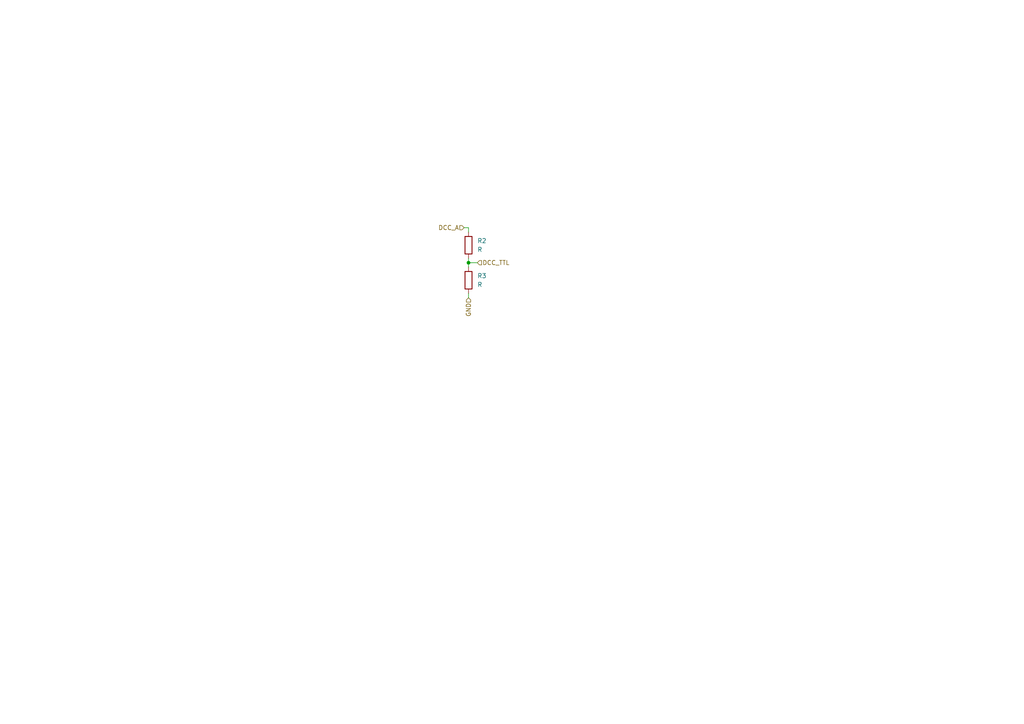
<source format=kicad_sch>
(kicad_sch (version 20230121) (generator eeschema)
  (paper "A4")
  (lib_symbols
    (symbol "Device:R" (pin_numbers hide) (pin_names (offset 0))
      (property "Reference" "R" (at 2.032 0 90))
      (property "Value" "R" (at 0 0 90))
      (symbol "R_0_1"
        (rectangle (start -1.016 -2.54) (end 1.016 2.54) (stroke (width 0.254)))
      )
      (symbol "R_1_1"
        (pin passive line (at 0 3.81 270) (length 1.27) (name "~") (number "1"))
        (pin passive line (at 0 -3.81 90) (length 1.27) (name "~") (number "2"))
      )
    )
  )
  (junction (at 135.89 76.2))
  (wire (pts (xy 135.89 85.09) (xy 135.89 86.36)))
  (wire (pts (xy 135.89 74.93) (xy 135.89 76.2)))
  (wire (pts (xy 135.89 76.2) (xy 138.43 76.2)))
  (wire (pts (xy 135.89 66.04) (xy 135.89 67.31)))
  (wire (pts (xy 134.62 66.04) (xy 135.89 66.04)))
  (wire (pts (xy 135.89 77.47) (xy 135.89 76.2)))
  (hierarchical_label "DCC_TTL" (shape input) (at 138.43 76.2 0))
  (hierarchical_label "GND" (shape input) (at 135.89 86.36 270))
  (hierarchical_label "DCC_A" (shape input) (at 134.62 66.04 180))
  (symbol (lib_id "Device:R") (at 135.89 71.12 0) (unit 1)
    (property "Reference" "R2" (at 138.43 69.85 0) (effects (justify left)))
    (property "Value" "R" (at 138.43 72.39 0) (effects (justify left)))
    (property "Footprint" "Resistor_SMD:R_0402_1005Metric" (effects hide))
  )
  (symbol (lib_id "Device:R") (at 135.89 81.28 0) (unit 1)
    (property "Reference" "R3" (at 138.43 80.01 0) (effects (justify left)))
    (property "Value" "R" (at 138.43 82.55 0) (effects (justify left)))
    (property "Footprint" "Resistor_SMD:R_0402_1005Metric" (effects hide))
  )
)
</source>
